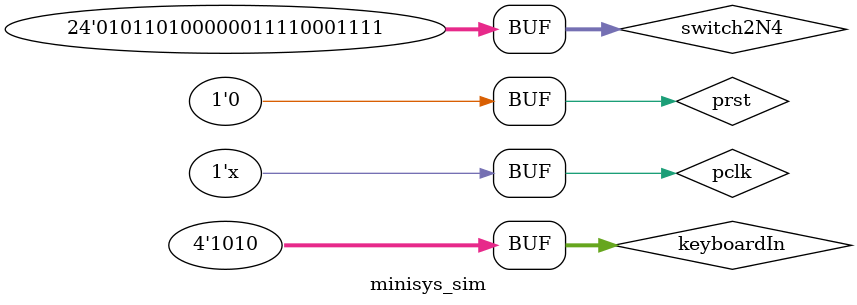
<source format=v>
`timescale 1ns / 1ps


module minisys_sim(

    );
    // input
    reg prst = 1'b1;
    reg pclk = 1'b0;
    reg [23:0] switch2N4;   
    reg [3:0] keyboardIn;
    // output
    wire [23:0] led2N4;   
    wire [3:0] keyboardOut;
    wire [7:0] digitalTube,digitalTubeEnable;
    wire pwmOut,wdtOut,buzzerOut;
    minisys my_minisys(
        .fpga_rst(prst),
        .fpga_clk(pclk),
        .switch2N4(switch2N4),         
        .led2N4(led2N4),                        // LED½á¹ûÊä³öµ½°åÉÏ
        .keyboardIn(keyboardIn),                // ¼üÅÌÊäÈëÏß(ÁÐÏß)
        .keyboardOut(keyboardOut),              // ¼üÅÌÊä³öÏß(ÐÐÏß) 
        .digitalTube(digitalTube),              // 8Î»7¶ÎÊýÂë¹Ü¿ØÖÆÆ÷
        .digitalTubeEnable(digitalTubeEnable),  // ÊýÂë¹ÜÊ¹ÄÜÐÅºÅA0-A7(µÍµçÆ½ÓÐÐ§)
        .pwmOut(pwmOut),           // PWM¿ØÖÆÆ÷
        .wdtOut(wdtOut),           // ¿´ÃÅ¹·
        .buzzerOut(buzzerOut),     // ·äÃù¹Ü
        // UART Programmer Pinouts
        .start_pg(1'b0),           // ½Ó°åÉÏµÄS3°´¼ü×öÏÂÔØÆô¶¯¼ü
        .rx(1'b0),                 // UART½ÓÊÕ
        .tx()                      // UART·¢ËÍ
    );
    
    initial begin
        #500  prst = 1'b0;
        switch2N4 = 24'h5a078f;   
        keyboardIn = 4'b1010;
    end
    always #5 pclk = ~pclk;
    
endmodule

</source>
